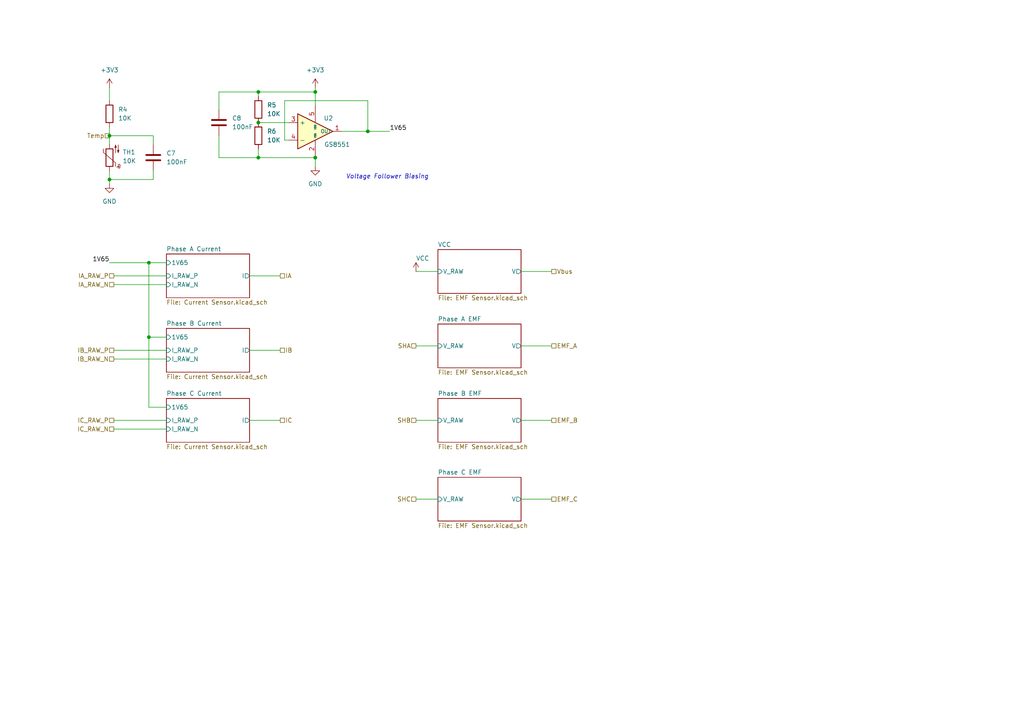
<source format=kicad_sch>
(kicad_sch (version 20211123) (generator eeschema)
  (paper "A4")
  (lib_symbols
    (symbol "Device:C" (pin_numbers hide) (pin_names (offset 0.254))
      (property "Reference" "C" (at 0.635 2.54 0))
      (property "Value" "C" (at 0.635 -2.54 0))
      (symbol "C_0_1"
        (polyline (pts (xy -2.032 -0.762) (xy 2.032 -0.762)) (stroke (width 0.508)))
        (polyline (pts (xy -2.032 0.762) (xy 2.032 0.762)) (stroke (width 0.508)))
      )
      (symbol "C_1_1"
        (pin passive line (at 0 3.81 270) (length 2.794) (name "~") (number "1"))
        (pin passive line (at 0 -3.81 90) (length 2.794) (name "~") (number "2"))
      )
    )
    (symbol "Device:R" (pin_numbers hide) (pin_names (offset 0))
      (property "Reference" "R" (at 2.032 0 90))
      (property "Value" "R" (at 0 0 90))
      (symbol "R_0_1"
        (rectangle (start -1.016 -2.54) (end 1.016 2.54) (stroke (width 0.254)))
      )
      (symbol "R_1_1"
        (pin passive line (at 0 3.81 270) (length 1.27) (name "~") (number "1"))
        (pin passive line (at 0 -3.81 90) (length 1.27) (name "~") (number "2"))
      )
    )
    (symbol "Device:Thermistor_NTC" (pin_numbers hide) (pin_names (offset 0))
      (property "Reference" "TH" (at -4.445 0 90))
      (property "Value" "Thermistor_NTC" (at 3.175 0 90))
      (symbol "Thermistor_NTC_0_1"
        (arc (start -3.048 2.159) (mid -3.0495 2.3143) (end -3.175 2.413))
        (arc (start -3.048 2.159) (mid -2.9736 1.9794) (end -2.794 1.905))
        (arc (start -3.048 2.794) (mid -2.9736 2.6144) (end -2.794 2.54))
        (arc (start -2.794 1.905) (mid -2.6144 1.9794) (end -2.54 2.159))
        (arc (start -2.794 2.54) (mid -2.4393 2.5587) (end -2.159 2.794))
        (arc (start -2.794 3.048) (mid -2.9736 2.9736) (end -3.048 2.794))
        (arc (start -2.54 2.794) (mid -2.6144 2.9736) (end -2.794 3.048))
        (rectangle (start -1.016 2.54) (end 1.016 -2.54) (stroke (width 0.254)))
        (polyline (pts (xy -2.54 2.159) (xy -2.54 2.794)))
        (polyline (pts (xy -1.778 2.54) (xy -1.778 1.524) (xy 1.778 -1.524) (xy 1.778 -2.54)))
        (polyline (pts (xy -2.54 -3.683) (xy -2.54 -1.397) (xy -2.794 -2.159) (xy -2.286 -2.159) (xy -2.54 -1.397) (xy -2.54 -1.651)) (fill (type outline)))
        (polyline (pts (xy -1.778 -1.397) (xy -1.778 -3.683) (xy -2.032 -2.921) (xy -1.524 -2.921) (xy -1.778 -3.683) (xy -1.778 -3.429)) (fill (type outline)))
      )
      (symbol "Thermistor_NTC_1_1"
        (pin passive line (at 0 3.81 270) (length 1.27) (name "~") (number "1"))
        (pin passive line (at 0 -3.81 90) (length 1.27) (name "~") (number "2"))
      )
    )
    (symbol "My_ADC:GS8551"
      (property "Reference" "U" (at 5.842 13.462 0))
      (property "Value" "GS8551" (at -3.81 14.224 0))
      (symbol "GS8551_1_1"
        (polyline (pts (xy -5.08 5.08) (xy 5.08 0) (xy -5.08 -5.08) (xy -5.08 5.08) (xy -5.08 5.08)) (stroke (width 0.254)) (fill (type background)))
        (pin output line (at 7.62 0 180) (length 2.54) (name "OUT") (number "1"))
        (pin power_in line (at 0 -7.62 90) (length 5.08) (name "VSS") (number "2"))
        (pin input line (at -7.62 2.54 0) (length 2.54) (name "+") (number "3"))
        (pin input line (at -7.62 -2.54 0) (length 2.54) (name "-") (number "4"))
        (pin power_in line (at 0 7.62 270) (length 5.08) (name "VDD") (number "5"))
      )
    )
    (symbol "power:+3V3" (power) (pin_names (offset 0))
      (property "Value" "+3V3" (at 0 3.556 0))
      (symbol "+3V3_0_1"
        (polyline (pts (xy -0.762 1.27) (xy 0 2.54)))
        (polyline (pts (xy 0 0) (xy 0 2.54)))
        (polyline (pts (xy 0 2.54) (xy 0.762 1.27)))
      )
      (symbol "+3V3_1_1"
        (pin power_in line (at 0 0 90) (length 0) hide (name "+3V3") (number "1"))
      )
    )
    (symbol "power:GND" (power) (pin_names (offset 0))
      (property "Value" "GND" (at 0 -3.81 0))
      (symbol "GND_0_1"
        (polyline (pts (xy 0 0) (xy 0 -1.27) (xy 1.27 -1.27) (xy 0 -2.54) (xy -1.27 -1.27) (xy 0 -1.27)))
      )
      (symbol "GND_1_1"
        (pin power_in line (at 0 0 270) (length 0) hide (name "GND") (number "1"))
      )
    )
    (symbol "power:VCC" (power) (pin_names (offset 0))
      (property "Value" "VCC" (at 0 3.81 0))
      (symbol "VCC_0_1"
        (polyline (pts (xy -0.762 1.27) (xy 0 2.54)))
        (polyline (pts (xy 0 0) (xy 0 2.54)))
        (polyline (pts (xy 0 2.54) (xy 0.762 1.27)))
      )
      (symbol "VCC_1_1"
        (pin power_in line (at 0 0 90) (length 0) hide (name "VCC") (number "1"))
      )
    )
  )
  (junction (at 74.93 35.56))
  (junction (at 31.75 52.07))
  (junction (at 74.93 26.67))
  (junction (at 106.68 38.1))
  (junction (at 74.93 45.72))
  (junction (at 31.75 39.37))
  (junction (at 91.44 26.67))
  (junction (at 43.18 76.2))
  (junction (at 91.44 45.72))
  (junction (at 43.18 97.79))
  (wire (pts (xy 151.13 144.78) (xy 160.02 144.78)))
  (wire (pts (xy 74.93 43.18) (xy 74.93 45.72)))
  (wire (pts (xy 44.45 49.53) (xy 44.45 52.07)))
  (wire (pts (xy 91.44 26.67) (xy 91.44 30.48)))
  (wire (pts (xy 120.65 144.78) (xy 127 144.78)))
  (wire (pts (xy 74.93 26.67) (xy 74.93 27.94)))
  (wire (pts (xy 31.75 25.4) (xy 31.75 29.21)))
  (wire (pts (xy 31.75 49.53) (xy 31.75 52.07)))
  (wire (pts (xy 151.13 121.92) (xy 160.02 121.92)))
  (wire (pts (xy 31.75 52.07) (xy 31.75 53.34)))
  (wire (pts (xy 82.55 40.64) (xy 83.82 40.64)))
  (wire (pts (xy 44.45 52.07) (xy 31.75 52.07)))
  (wire (pts (xy 44.45 39.37) (xy 31.75 39.37)))
  (wire (pts (xy 43.18 97.79) (xy 43.18 76.2)))
  (wire (pts (xy 72.39 101.6) (xy 81.28 101.6)))
  (wire (pts (xy 72.39 121.92) (xy 81.28 121.92)))
  (wire (pts (xy 33.02 121.92) (xy 48.26 121.92)))
  (wire (pts (xy 91.44 48.26) (xy 91.44 45.72)))
  (wire (pts (xy 74.93 45.72) (xy 91.44 45.72)))
  (wire (pts (xy 91.44 25.4) (xy 91.44 26.67)))
  (wire (pts (xy 63.5 31.75) (xy 63.5 26.67)))
  (wire (pts (xy 72.39 80.01) (xy 81.28 80.01)))
  (wire (pts (xy 33.02 124.46) (xy 48.26 124.46)))
  (wire (pts (xy 33.02 82.55) (xy 48.26 82.55)))
  (wire (pts (xy 151.13 100.33) (xy 160.02 100.33)))
  (wire (pts (xy 120.65 78.74) (xy 127 78.74)))
  (wire (pts (xy 82.55 29.21) (xy 82.55 40.64)))
  (wire (pts (xy 63.5 39.37) (xy 63.5 45.72)))
  (wire (pts (xy 63.5 26.67) (xy 74.93 26.67)))
  (wire (pts (xy 74.93 35.56) (xy 83.82 35.56)))
  (wire (pts (xy 48.26 118.11) (xy 43.18 118.11)))
  (wire (pts (xy 74.93 26.67) (xy 91.44 26.67)))
  (wire (pts (xy 31.75 39.37) (xy 31.75 41.91)))
  (wire (pts (xy 44.45 41.91) (xy 44.45 39.37)))
  (wire (pts (xy 43.18 76.2) (xy 48.26 76.2)))
  (wire (pts (xy 106.68 29.21) (xy 106.68 38.1)))
  (wire (pts (xy 31.75 76.2) (xy 43.18 76.2)))
  (wire (pts (xy 48.26 97.79) (xy 43.18 97.79)))
  (wire (pts (xy 120.65 100.33) (xy 127 100.33)))
  (wire (pts (xy 43.18 118.11) (xy 43.18 97.79)))
  (wire (pts (xy 82.55 29.21) (xy 106.68 29.21)))
  (wire (pts (xy 33.02 101.6) (xy 48.26 101.6)))
  (wire (pts (xy 120.65 121.92) (xy 127 121.92)))
  (wire (pts (xy 99.06 38.1) (xy 106.68 38.1)))
  (wire (pts (xy 31.75 36.83) (xy 31.75 39.37)))
  (wire (pts (xy 151.13 78.74) (xy 160.02 78.74)))
  (wire (pts (xy 106.68 38.1) (xy 113.03 38.1)))
  (wire (pts (xy 33.02 104.14) (xy 48.26 104.14)))
  (wire (pts (xy 33.02 80.01) (xy 48.26 80.01)))
  (wire (pts (xy 63.5 45.72) (xy 74.93 45.72)))
  (text "Voltage Follower Biasing" (at 100.33 52.07 0) (effects (font (size 1.27 1.27) italic) (justify left bottom)))
  (label "1V65" (at 31.75 76.2 180))
  (label "1V65" (at 113.03 38.1 0))
  (hierarchical_label "EMF_A" (shape passive) (at 160.02 100.33 0))
  (hierarchical_label "Vbus" (shape passive) (at 160.02 78.74 0))
  (hierarchical_label "SHC" (shape passive) (at 120.65 144.78 180))
  (hierarchical_label "SHA" (shape passive) (at 120.65 100.33 180))
  (hierarchical_label "Temp" (shape passive) (at 31.75 39.37 180))
  (hierarchical_label "IC_RAW_N" (shape passive) (at 33.02 124.46 180))
  (hierarchical_label "IC" (shape passive) (at 81.28 121.92 0))
  (hierarchical_label "IA_RAW_N" (shape passive) (at 33.02 82.55 180))
  (hierarchical_label "SHB" (shape passive) (at 120.65 121.92 180))
  (hierarchical_label "IB_RAW_P" (shape passive) (at 33.02 101.6 180))
  (hierarchical_label "IC_RAW_P" (shape passive) (at 33.02 121.92 180))
  (hierarchical_label "IA_RAW_P" (shape passive) (at 33.02 80.01 180))
  (hierarchical_label "EMF_B" (shape passive) (at 160.02 121.92 0))
  (hierarchical_label "IA" (shape passive) (at 81.28 80.01 0))
  (hierarchical_label "IB" (shape passive) (at 81.28 101.6 0))
  (hierarchical_label "IB_RAW_N" (shape passive) (at 33.02 104.14 180))
  (hierarchical_label "EMF_C" (shape passive) (at 160.02 144.78 0))
  (symbol (lib_id "power:VCC") (at 120.65 78.74 0) (unit 1)
    (property "Reference" "#PWR014" (effects hide))
    (property "Value" "VCC" (at 120.6501 74.93 0) (effects (justify left)))
  )
  (symbol (lib_id "power:GND") (at 31.75 53.34 0) (unit 1)
    (property "Reference" "#PWR011" (effects hide))
    (property "Value" "GND" (at 31.75 58.42 0))
  )
  (symbol (lib_id "power:+3V3") (at 91.44 25.4 0) (unit 1)
    (property "Reference" "#PWR012" (effects hide))
    (property "Value" "+3V3" (at 91.44 20.32 0))
  )
  (symbol (lib_id "Device:C") (at 63.5 35.56 0) (unit 1)
    (property "Reference" "C8" (at 67.31 34.2899 0) (effects (justify left)))
    (property "Value" "100nF" (at 67.31 36.8299 0) (effects (justify left)))
    (property "Footprint" "Capacitor_SMD:C_0603_1608Metric" (effects hide))
  )
  (symbol (lib_id "My_ADC:GS8551") (at 91.44 38.1 0) (unit 1)
    (property "Reference" "U2" (at 95.25 34.29 0))
    (property "Value" "GS8551" (at 97.79 41.91 0))
    (property "Footprint" "Package_TO_SOT_SMD:SOT-23-5" (effects hide))
  )
  (symbol (lib_id "Device:R") (at 74.93 39.37 0) (unit 1)
    (property "Reference" "R6" (at 77.47 38.0999 0) (effects (justify left)))
    (property "Value" "10K" (at 77.47 40.6399 0) (effects (justify left)))
    (property "Footprint" "Resistor_SMD:R_0603_1608Metric" (effects hide))
  )
  (symbol (lib_id "Device:R") (at 31.75 33.02 0) (unit 1)
    (property "Reference" "R4" (at 34.29 31.7499 0) (effects (justify left)))
    (property "Value" "10K" (at 34.29 34.2899 0) (effects (justify left)))
    (property "Footprint" "Resistor_SMD:R_0603_1608Metric" (effects hide))
  )
  (symbol (lib_id "Device:C") (at 44.45 45.72 0) (unit 1)
    (property "Reference" "C7" (at 48.26 44.4499 0) (effects (justify left)))
    (property "Value" "100nF" (at 48.26 46.9899 0) (effects (justify left)))
    (property "Footprint" "Capacitor_SMD:C_0603_1608Metric" (effects hide))
  )
  (symbol (lib_id "Device:R") (at 74.93 31.75 0) (unit 1)
    (property "Reference" "R5" (at 77.47 30.4799 0) (effects (justify left)))
    (property "Value" "10K" (at 77.47 33.0199 0) (effects (justify left)))
    (property "Footprint" "Resistor_SMD:R_0603_1608Metric" (effects hide))
  )
  (symbol (lib_id "Device:Thermistor_NTC") (at 31.75 45.72 180) (unit 1)
    (property "Reference" "TH1" (at 35.56 44.1324 0) (effects (justify right)))
    (property "Value" "10K" (at 35.56 46.6724 0) (effects (justify right)))
    (property "Footprint" "Resistor_SMD:R_0805_2012Metric" (effects hide))
  )
  (symbol (lib_id "power:GND") (at 91.44 48.26 0) (unit 1)
    (property "Reference" "#PWR013" (effects hide))
    (property "Value" "GND" (at 91.44 53.34 0))
  )
  (symbol (lib_id "power:+3V3") (at 31.75 25.4 0) (unit 1)
    (property "Reference" "#PWR010" (effects hide))
    (property "Value" "+3V3" (at 31.75 20.32 0))
  )
  (sheet (at 48.26 73.66) (size 24.13 12.7) (stroke (width 0.1524))
    (property "Sheet name" "Phase A Current" (at 48.26 72.9484 0) (effects (justify left bottom)))
    (property "Sheet file" "Current Sensor.kicad_sch" (at 48.26 86.9446 0) (effects (justify left top)))
    (pin "1V65" input (at 48.26 76.2 180))
    (pin "I" output (at 72.39 80.01 0))
    (pin "I_RAW_P" input (at 48.26 80.01 180))
    (pin "I_RAW_N" input (at 48.26 82.55 180))
  )
  (sheet (at 127 72.39) (size 24.13 12.7) (stroke (width 0.1524))
    (property "Sheet name" "VCC" (at 127 71.6784 0) (effects (justify left bottom)))
    (property "Sheet file" "EMF Sensor.kicad_sch" (at 127 85.6746 0) (effects (justify left top)))
    (pin "V" output (at 151.13 78.74 0))
    (pin "V_RAW" input (at 127 78.74 180))
  )
  (sheet (at 127 93.98) (size 24.13 12.7) (stroke (width 0.1524))
    (property "Sheet name" "Phase A EMF" (at 127 93.2684 0) (effects (justify left bottom)))
    (property "Sheet file" "EMF Sensor.kicad_sch" (at 127 107.2646 0) (effects (justify left top)))
    (pin "V" output (at 151.13 100.33 0))
    (pin "V_RAW" input (at 127 100.33 180))
  )
  (sheet (at 127 115.57) (size 24.13 12.7) (stroke (width 0.1524))
    (property "Sheet name" "Phase B EMF" (at 127 114.8584 0) (effects (justify left bottom)))
    (property "Sheet file" "EMF Sensor.kicad_sch" (at 127 128.8546 0) (effects (justify left top)))
    (pin "V" output (at 151.13 121.92 0))
    (pin "V_RAW" input (at 127 121.92 180))
  )
  (sheet (at 48.26 95.25) (size 24.13 12.7) (stroke (width 0.1524))
    (property "Sheet name" "Phase B Current" (at 48.26 94.5384 0) (effects (justify left bottom)))
    (property "Sheet file" "Current Sensor.kicad_sch" (at 48.26 108.5346 0) (effects (justify left top)))
    (pin "1V65" input (at 48.26 97.79 180))
    (pin "I" output (at 72.39 101.6 0))
    (pin "I_RAW_P" input (at 48.26 101.6 180))
    (pin "I_RAW_N" input (at 48.26 104.14 180))
  )
  (sheet (at 127 138.43) (size 24.13 12.7) (stroke (width 0.1524))
    (property "Sheet name" "Phase C EMF" (at 127 137.7184 0) (effects (justify left bottom)))
    (property "Sheet file" "EMF Sensor.kicad_sch" (at 127 151.7146 0) (effects (justify left top)))
    (pin "V" output (at 151.13 144.78 0))
    (pin "V_RAW" input (at 127 144.78 180))
  )
  (sheet (at 48.26 115.57) (size 24.13 12.7) (stroke (width 0.1524))
    (property "Sheet name" "Phase C Current" (at 48.26 114.8584 0) (effects (justify left bottom)))
    (property "Sheet file" "Current Sensor.kicad_sch" (at 48.26 128.8546 0) (effects (justify left top)))
    (pin "1V65" input (at 48.26 118.11 180))
    (pin "I" output (at 72.39 121.92 0))
    (pin "I_RAW_P" input (at 48.26 121.92 180))
    (pin "I_RAW_N" input (at 48.26 124.46 180))
  )
)
</source>
